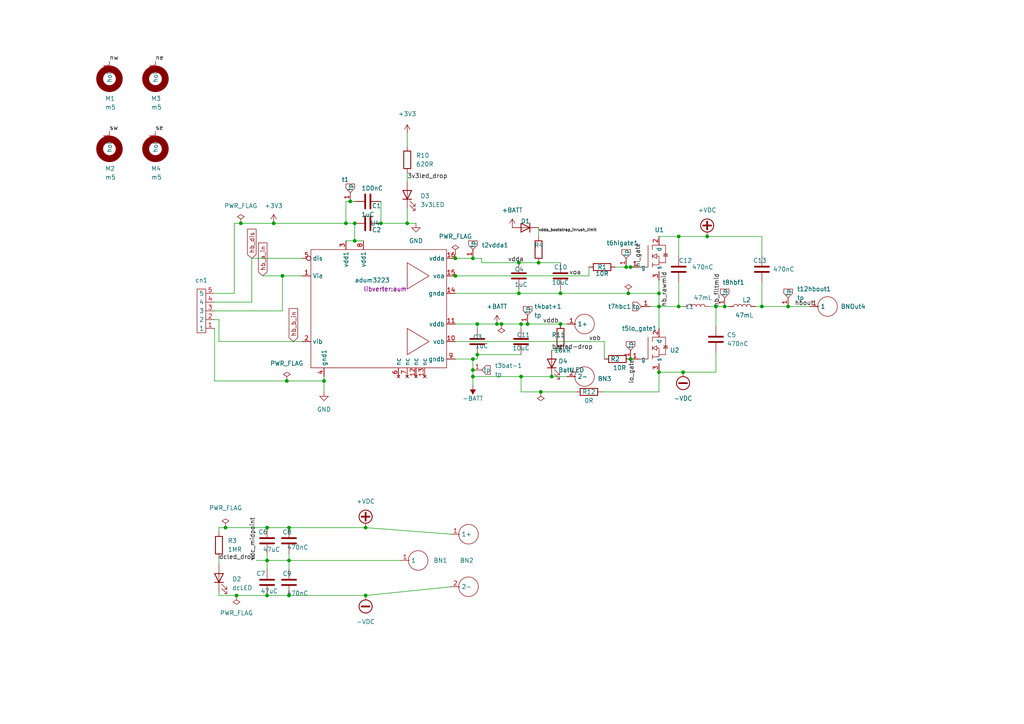
<source format=kicad_sch>
(kicad_sch (version 20211123) (generator eeschema)
  (paper "A4")
  (lib_symbols
    (symbol "Device:C" (pin_numbers hide) (pin_names (offset 0.254))
      (property "Reference" "C" (at 0.635 2.54 0))
      (property "Value" "C" (at 0.635 -2.54 0))
      (symbol "C_0_1"
        (polyline (pts (xy -2.032 -0.762) (xy 2.032 -0.762)) (stroke (width 0.508)))
        (polyline (pts (xy -2.032 0.762) (xy 2.032 0.762)) (stroke (width 0.508)))
      )
      (symbol "C_1_1"
        (pin passive line (at 0 3.81 270) (length 2.794) (name "~") (number "1"))
        (pin passive line (at 0 -3.81 90) (length 2.794) (name "~") (number "2"))
      )
    )
    (symbol "Device:D" (pin_numbers hide) (pin_names (offset 1.016) hide)
      (property "Reference" "D" (at 0 2.54 0))
      (property "Value" "D" (at 0 -2.54 0))
      (symbol "D_0_1"
        (polyline (pts (xy -1.27 1.27) (xy -1.27 -1.27)) (stroke (width 0.254)))
        (polyline (pts (xy 1.27 0) (xy -1.27 0)))
        (polyline (pts (xy 1.27 1.27) (xy 1.27 -1.27) (xy -1.27 0) (xy 1.27 1.27)) (stroke (width 0.254)))
      )
      (symbol "D_1_1"
        (pin passive line (at -3.81 0 0) (length 2.54) (name "K") (number "1"))
        (pin passive line (at 3.81 0 180) (length 2.54) (name "A") (number "2"))
      )
    )
    (symbol "Device:L" (pin_numbers hide) (pin_names (offset 1.016) hide)
      (property "Reference" "L" (at -1.27 0 90))
      (property "Value" "L" (at 1.905 0 90))
      (symbol "L_0_1"
        (arc (start 0 -2.54) (mid 0.635 -1.905) (end 0 -1.27))
        (arc (start 0 -1.27) (mid 0.635 -0.635) (end 0 0))
        (arc (start 0 0) (mid 0.635 0.635) (end 0 1.27))
        (arc (start 0 1.27) (mid 0.635 1.905) (end 0 2.54))
      )
      (symbol "L_1_1"
        (pin passive line (at 0 3.81 270) (length 1.27) (name "1") (number "1"))
        (pin passive line (at 0 -3.81 90) (length 1.27) (name "2") (number "2"))
      )
    )
    (symbol "Device:LED" (pin_numbers hide) (pin_names (offset 1.016) hide)
      (property "Reference" "D" (at 0 2.54 0))
      (property "Value" "LED" (at 0 -2.54 0))
      (symbol "LED_0_1"
        (polyline (pts (xy -1.27 -1.27) (xy -1.27 1.27)) (stroke (width 0.254)))
        (polyline (pts (xy -1.27 0) (xy 1.27 0)))
        (polyline (pts (xy 1.27 -1.27) (xy 1.27 1.27) (xy -1.27 0) (xy 1.27 -1.27)) (stroke (width 0.254)))
        (polyline (pts (xy -3.048 -0.762) (xy -4.572 -2.286) (xy -3.81 -2.286) (xy -4.572 -2.286) (xy -4.572 -1.524)))
        (polyline (pts (xy -1.778 -0.762) (xy -3.302 -2.286) (xy -2.54 -2.286) (xy -3.302 -2.286) (xy -3.302 -1.524)))
      )
      (symbol "LED_1_1"
        (pin passive line (at -3.81 0 0) (length 2.54) (name "K") (number "1"))
        (pin passive line (at 3.81 0 180) (length 2.54) (name "A") (number "2"))
      )
    )
    (symbol "Device:R" (pin_numbers hide) (pin_names (offset 0))
      (property "Reference" "R" (at 2.032 0 90))
      (property "Value" "R" (at 0 0 90))
      (symbol "R_0_1"
        (rectangle (start -1.016 -2.54) (end 1.016 2.54) (stroke (width 0.254)))
      )
      (symbol "R_1_1"
        (pin passive line (at 0 3.81 270) (length 1.27) (name "~") (number "1"))
        (pin passive line (at 0 -3.81 90) (length 1.27) (name "~") (number "2"))
      )
    )
    (symbol "L_1" (pin_numbers hide) (pin_names (offset 1.016) hide)
      (property "Reference" "L1" (at 0 1.905 90))
      (property "Value" "47mL" (at 2.54 -1.905 90))
      (symbol "L_1_0_1"
        (arc (start 0 -2.54) (mid 0.635 -1.905) (end 0 -1.27))
        (arc (start 0 -1.27) (mid 0.635 -0.635) (end 0 0))
        (arc (start 0 0) (mid 0.635 0.635) (end 0 1.27))
        (arc (start 0 1.27) (mid 0.635 1.905) (end 0 2.54))
      )
      (symbol "L_1_1_1"
        (pin passive line (at 0 3.81 270) (length 1.27) (name "1") (number "1"))
        (pin passive line (at 0 -3.81 90) (length 1.27) (name "2") (number "2"))
      )
    )
    (symbol "R_1" (pin_numbers hide) (pin_names (offset 0) hide)
      (property "Reference" "R" (at 2.032 0 90))
      (property "Value" "R_1" (at 0 0 90))
      (symbol "R_1_0_1"
        (rectangle (start -1.016 -2.54) (end 1.016 2.54) (stroke (width 0.254)))
      )
      (symbol "R_1_1_1"
        (pin passive line (at 0 3.81 270) (length 1.27) (name "~") (number "1"))
        (pin passive line (at 0 -3.81 90) (length 1.27) (name "~") (number "2"))
      )
    )
    (symbol "adum:adum3223"
      (property "Reference" "U" (at 0 6.35 0))
      (property "Value" "adum3223" (at 0 3.81 0))
      (property "Footprint" "libverter:aum" (at 0 1.27 0))
      (symbol "adum3223_0_0"
        (text "" (at -6.35 20.32 0) (effects (font (size 1.27 1.27))))
      )
      (symbol "adum3223_0_1"
        (rectangle (start -19.05 22.86) (end 20.32 -11.43))
        (polyline (pts (xy 8.89 0) (xy 8.89 -7.62) (xy 15.24 -3.81) (xy 8.89 0)))
        (polyline (pts (xy 8.89 19.05) (xy 8.89 11.43) (xy 15.24 15.24) (xy 8.89 19.05)))
      )
      (symbol "adum3223_1_1"
        (pin input line (at -21.59 15.24 0) (length 2.54) (name "Via") (number "1"))
        (pin output line (at 22.86 -3.81 180) (length 2.54) (name "vob") (number "10"))
        (pin power_in line (at 22.86 1.27 180) (length 2.54) (name "vddb") (number "11"))
        (pin no_connect line (at 11.43 -13.97 90) (length 2.54) (name "nc") (number "12"))
        (pin no_connect line (at 13.97 -13.97 90) (length 2.54) (name "nc") (number "13"))
        (pin power_in line (at 22.86 10.16 180) (length 2.54) (name "gnda") (number "14"))
        (pin output line (at 22.86 15.24 180) (length 2.54) (name "voa") (number "15"))
        (pin power_in line (at 22.86 20.32 180) (length 2.54) (name "vdda") (number "16"))
        (pin input line (at -21.59 -3.81 0) (length 2.54) (name "vib") (number "2"))
        (pin power_in line (at -8.89 25.4 270) (length 2.54) (name "vdd1") (number "3"))
        (pin power_in line (at -15.24 -13.97 90) (length 2.54) (name "gnd1") (number "4"))
        (pin input inverted (at -21.59 20.32 0) (length 2.54) (name "dis") (number "5"))
        (pin no_connect line (at 6.35 -13.97 90) (length 2.54) (name "nc") (number "6"))
        (pin no_connect line (at 8.89 -13.97 90) (length 2.54) (name "nc") (number "7"))
        (pin power_in line (at -3.81 25.4 270) (length 2.54) (name "vdd1") (number "8"))
        (pin power_in line (at 22.86 -8.89 180) (length 2.54) (name "gndb") (number "9"))
      )
    )
    (symbol "camelparts:bana"
      (property "Reference" "BN" (at 12.7 1.27 0))
      (symbol "bana_0_1"
        (circle (center 5.08 1.27) (radius 2.8398))
        (circle (center 20.32 1.27) (radius 2.8398))
      )
      (symbol "bana_1_1"
        (pin passive line (at 5.08 -3.81 90) (length 2.54) (name "1+") (number "1"))
        (pin passive line (at 20.32 -3.81 90) (length 2.54) (name "2-") (number "2"))
      )
    )
    (symbol "camelparts:bana_1"
      (property "Reference" "BN" (at 0 -1.27 0))
      (symbol "bana_1_0_1"
        (circle (center 5.08 1.27) (radius 2.8398))
      )
      (symbol "bana_1_1_1"
        (pin passive line (at 0 1.27 0) (length 2.54) (name "1") (number "1"))
      )
    )
    (symbol "camelparts:coolmos70"
      (property "Reference" "U" (at 0 8.89 0))
      (symbol "coolmos70_0_1"
        (polyline (pts (xy 2.54 13.97) (xy 2.54 15.24)))
        (polyline (pts (xy 2.54 16.51) (xy 2.54 17.78)))
        (polyline (pts (xy 2.54 17.145) (xy 3.81 17.78)))
        (polyline (pts (xy 2.54 19.05) (xy 2.54 20.32)))
        (polyline (pts (xy 3.81 16.51) (xy 2.54 17.145)))
        (polyline (pts (xy 3.81 16.51) (xy 3.81 17.78)))
        (polyline (pts (xy 6.985 17.78) (xy 5.715 17.78)))
        (polyline (pts (xy -1.27 13.97) (xy 1.27 13.97) (xy 1.27 20.32)))
        (polyline (pts (xy 3.81 17.145) (xy 4.445 17.145) (xy 4.445 14.605) (xy 2.54 14.605)))
        (polyline (pts (xy 4.445 15.24) (xy 6.35 15.24) (xy 6.35 20.32) (xy 4.445 20.32)))
        (polyline (pts (xy 6.35 17.78) (xy 5.715 17.145) (xy 6.985 17.145) (xy 6.35 17.78)))
        (rectangle (start 2.54 20.32) (end 4.445 20.32))
      )
      (symbol "coolmos70_1_1"
        (pin passive line (at -3.81 13.97 0) (length 2.54) (name "g") (number "1"))
        (pin passive line (at 4.445 22.86 270) (length 2.54) (name "d") (number "2"))
        (pin passive line (at 4.445 10.16 90) (length 2.54) (name "s") (number "3"))
      )
    )
    (symbol "camelparts:tp"
      (property "Reference" "t" (at 0 -2.54 0))
      (property "Value" "tp" (at 0 -3.81 0))
      (symbol "tp_0_1"
        (polyline (pts (xy 0 2.54) (xy -1.27 3.81) (xy -1.27 5.08) (xy 1.27 5.08) (xy 1.27 3.81) (xy 0 2.54)))
      )
      (symbol "tp_1_1"
        (pin passive line (at 0 0 90) (length 2.54) (name "tp") (number "1"))
      )
    )
    (symbol "camelsyms:jumper5"
      (property "Reference" "cn" (at 0 -2.54 0))
      (symbol "jumper5_0_1"
        (rectangle (start 2.54 10.16) (end 5.08 -2.54))
      )
      (symbol "jumper5_1_1"
        (pin passive line (at 0 8.89 0) (length 2.54) (name "1") (number "1"))
        (pin passive line (at 0 6.35 0) (length 2.54) (name "2") (number "2"))
        (pin passive line (at 0 3.81 0) (length 2.54) (name "3") (number "3"))
        (pin passive line (at 0 1.27 0) (length 2.54) (name "4") (number "4"))
        (pin passive line (at 0 -1.27 0) (length 2.54) (name "5") (number "5"))
      )
    )
    (symbol "camelsyms:m5"
      (property "Reference" "M" (at 0 -7.62 0))
      (property "Value" "m5" (at 0 -8.89 0))
      (symbol "m5_0_1"
        (circle (center 0 -2.54) (radius 2.8398) (stroke (width 2)))
      )
      (symbol "m5_1_1"
        (pin passive line (at 0 2.54 270) (length 2.54) (name "hol") (number "1"))
      )
    )
    (symbol "power:+3V3" (power) (pin_names (offset 0))
      (property "Value" "+3V3" (at 0 3.556 0))
      (symbol "+3V3_0_1"
        (polyline (pts (xy -0.762 1.27) (xy 0 2.54)))
        (polyline (pts (xy 0 0) (xy 0 2.54)))
        (polyline (pts (xy 0 2.54) (xy 0.762 1.27)))
      )
      (symbol "+3V3_1_1"
        (pin power_in line (at 0 0 90) (length 0) hide (name "+3V3") (number "1"))
      )
    )
    (symbol "power:+BATT" (power) (pin_names (offset 0))
      (property "Value" "+BATT" (at 0 3.556 0))
      (symbol "+BATT_0_1"
        (polyline (pts (xy -0.762 1.27) (xy 0 2.54)))
        (polyline (pts (xy 0 0) (xy 0 2.54)))
        (polyline (pts (xy 0 2.54) (xy 0.762 1.27)))
      )
      (symbol "+BATT_1_1"
        (pin power_in line (at 0 0 90) (length 0) hide (name "+BATT") (number "1"))
      )
    )
    (symbol "power:+VDC" (power) (pin_names (offset 0))
      (property "Value" "+VDC" (at 0 6.35 0))
      (symbol "+VDC_0_1"
        (polyline (pts (xy -1.143 3.175) (xy 1.143 3.175)) (stroke (width 0.508)))
        (polyline (pts (xy 0 0) (xy 0 1.27)))
        (polyline (pts (xy 0 2.032) (xy 0 4.318)) (stroke (width 0.508)))
        (circle (center 0 3.175) (radius 1.905) (stroke (width 0.254)))
      )
      (symbol "+VDC_1_1"
        (pin power_in line (at 0 0 90) (length 0) hide (name "+VDC") (number "1"))
      )
    )
    (symbol "power:-BATT" (power) (pin_names (offset 0))
      (property "Value" "-BATT" (at 0 3.556 0))
      (symbol "-BATT_0_1"
        (polyline (pts (xy 0 0) (xy 0 2.54)))
        (polyline (pts (xy 0.762 1.27) (xy -0.762 1.27) (xy 0 2.54) (xy 0.762 1.27)) (fill (type outline)))
      )
      (symbol "-BATT_1_1"
        (pin power_in line (at 0 0 90) (length 0) hide (name "-BATT") (number "1"))
      )
    )
    (symbol "power:-VDC" (power) (pin_names (offset 0))
      (property "Value" "-VDC" (at 0 6.35 0))
      (symbol "-VDC_0_1"
        (polyline (pts (xy -1.143 3.175) (xy 1.143 3.175)) (stroke (width 0.508)))
        (polyline (pts (xy 0 0) (xy 0 1.27)))
        (circle (center 0 3.175) (radius 1.905) (stroke (width 0.254)))
      )
      (symbol "-VDC_1_1"
        (pin power_in line (at 0 0 90) (length 0) hide (name "-VDC") (number "1"))
      )
    )
    (symbol "power:GND" (power) (pin_names (offset 0))
      (property "Value" "GND" (at 0 -3.81 0))
      (symbol "GND_0_1"
        (polyline (pts (xy 0 0) (xy 0 -1.27) (xy 1.27 -1.27) (xy 0 -2.54) (xy -1.27 -1.27) (xy 0 -1.27)))
      )
      (symbol "GND_1_1"
        (pin power_in line (at 0 0 270) (length 0) hide (name "GND") (number "1"))
      )
    )
    (symbol "power:PWR_FLAG" (power) (pin_numbers hide) (pin_names (offset 0) hide)
      (property "Value" "PWR_FLAG" (at 0 3.81 0))
      (symbol "PWR_FLAG_0_0"
        (pin power_out line (at 0 0 90) (length 0) (name "pwr") (number "1"))
      )
      (symbol "PWR_FLAG_0_1"
        (polyline (pts (xy 0 0) (xy 0 1.27) (xy -1.016 1.905) (xy 0 2.54) (xy 1.016 1.905) (xy 0 1.27)))
      )
    )
  )
  (junction (at 151.13 93.98))
  (junction (at 207.645 88.9))
  (junction (at 137.16 109.22))
  (junction (at 162.56 85.09))
  (junction (at 137.16 107.315))
  (junction (at 93.98 110.49))
  (junction (at 137.16 104.14))
  (junction (at 156.21 76.2))
  (junction (at 156.845 113.665))
  (junction (at 181.61 77.47))
  (junction (at 132.08 74.93))
  (junction (at 191.135 88.9))
  (junction (at 182.88 104.14))
  (junction (at 77.47 153.035))
  (junction (at 138.43 102.87))
  (junction (at 68.58 172.72))
  (junction (at 106.045 153.035))
  (junction (at 150.495 85.09))
  (junction (at 228.6 88.9))
  (junction (at 83.82 162.56))
  (junction (at 83.82 153.035))
  (junction (at 198.12 107.95))
  (junction (at 100.33 64.77))
  (junction (at 196.85 88.9))
  (junction (at 160.02 109.22))
  (junction (at 102.87 69.85))
  (junction (at 162.56 93.98))
  (junction (at 220.98 88.9))
  (junction (at 144.145 93.98))
  (junction (at 182.245 85.09))
  (junction (at 83.82 172.72))
  (junction (at 150.495 76.2))
  (junction (at 77.47 172.72))
  (junction (at 153.035 93.98))
  (junction (at 191.135 107.95))
  (junction (at 138.43 93.98))
  (junction (at 69.85 64.77))
  (junction (at 191.135 85.09))
  (junction (at 110.49 64.77))
  (junction (at 102.87 64.77))
  (junction (at 210.185 88.9))
  (junction (at 118.11 64.77))
  (junction (at 77.47 162.56))
  (junction (at 79.375 64.77))
  (junction (at 196.85 68.58))
  (junction (at 182.88 77.47))
  (junction (at 101.6 58.42))
  (junction (at 132.08 80.01))
  (junction (at 83.185 110.49))
  (junction (at 151.13 109.22))
  (junction (at 106.045 172.72))
  (junction (at 65.405 153.035))
  (junction (at 137.16 74.93))
  (junction (at 81.915 80.01))
  (junction (at 145.415 93.98))
  (junction (at 205.105 68.58))
  (wire (pts (xy 102.87 69.85) (xy 105.41 69.85)))
  (wire (pts (xy 137.16 107.315) (xy 137.16 109.22)))
  (wire (pts (xy 184.15 104.14) (xy 182.88 104.14)))
  (wire (pts (xy 62.23 110.49) (xy 62.23 95.25)))
  (wire (pts (xy 219.075 88.9) (xy 220.98 88.9)))
  (wire (pts (xy 118.11 38.735) (xy 118.11 42.545)))
  (wire (pts (xy 131.445 80.01) (xy 132.08 80.01)))
  (wire (pts (xy 151.13 109.22) (xy 137.16 109.22)))
  (wire (pts (xy 110.49 64.77) (xy 118.11 64.77)))
  (wire (pts (xy 132.08 99.06) (xy 175.26 99.06)))
  (wire (pts (xy 228.6 88.9) (xy 234.95 88.9)))
  (wire (pts (xy 118.11 50.165) (xy 118.11 52.705)))
  (wire (pts (xy 196.85 81.915) (xy 196.85 88.9)))
  (wire (pts (xy 205.74 88.9) (xy 207.645 88.9)))
  (wire (pts (xy 211.455 88.9) (xy 210.185 88.9)))
  (wire (pts (xy 130.81 170.18) (xy 106.045 172.72)))
  (wire (pts (xy 151.13 93.98) (xy 151.13 95.25)))
  (wire (pts (xy 63.5 153.035) (xy 63.5 154.305)))
  (wire (pts (xy 207.645 107.95) (xy 207.645 102.235)))
  (wire (pts (xy 93.98 113.665) (xy 93.98 110.49)))
  (wire (pts (xy 138.43 102.87) (xy 138.43 104.14)))
  (wire (pts (xy 138.43 93.98) (xy 144.145 93.98)))
  (wire (pts (xy 62.23 110.49) (xy 83.185 110.49)))
  (wire (pts (xy 139.7 74.93) (xy 139.7 76.2)))
  (wire (pts (xy 150.495 85.09) (xy 162.56 85.09)))
  (wire (pts (xy 150.495 76.2) (xy 156.21 76.2)))
  (wire (pts (xy 139.7 74.93) (xy 137.16 74.93)))
  (wire (pts (xy 73.025 74.93) (xy 87.63 74.93)))
  (wire (pts (xy 63.5 163.83) (xy 63.5 161.925)))
  (wire (pts (xy 63.5 99.06) (xy 63.5 92.71)))
  (wire (pts (xy 77.47 153.035) (xy 65.405 153.035)))
  (wire (pts (xy 69.85 64.77) (xy 79.375 64.77)))
  (wire (pts (xy 174.625 113.665) (xy 191.135 113.665)))
  (wire (pts (xy 196.85 68.58) (xy 205.105 68.58)))
  (wire (pts (xy 83.82 162.56) (xy 116.205 162.56)))
  (wire (pts (xy 77.47 162.56) (xy 83.82 162.56)))
  (wire (pts (xy 106.045 153.035) (xy 130.81 154.94)))
  (wire (pts (xy 81.915 80.01) (xy 87.63 80.01)))
  (wire (pts (xy 137.16 104.14) (xy 137.16 107.315)))
  (wire (pts (xy 160.02 101.6) (xy 162.56 101.6)))
  (wire (pts (xy 132.08 93.98) (xy 138.43 93.98)))
  (wire (pts (xy 110.49 58.42) (xy 110.49 64.77)))
  (wire (pts (xy 191.135 88.9) (xy 191.135 95.25)))
  (wire (pts (xy 196.85 68.58) (xy 196.85 74.295)))
  (wire (pts (xy 77.47 162.56) (xy 77.47 165.1)))
  (wire (pts (xy 220.98 81.915) (xy 220.98 88.9)))
  (wire (pts (xy 191.135 107.95) (xy 191.135 113.665)))
  (wire (pts (xy 100.33 58.42) (xy 101.6 58.42)))
  (wire (pts (xy 118.11 64.77) (xy 120.65 64.77)))
  (wire (pts (xy 83.82 160.655) (xy 83.82 162.56)))
  (wire (pts (xy 191.135 81.28) (xy 191.135 85.09)))
  (wire (pts (xy 156.845 113.665) (xy 167.005 113.665)))
  (wire (pts (xy 68.58 172.72) (xy 77.47 172.72)))
  (wire (pts (xy 132.08 74.93) (xy 137.16 74.93)))
  (wire (pts (xy 151.13 113.665) (xy 151.13 109.22)))
  (wire (pts (xy 79.375 64.77) (xy 100.33 64.77)))
  (wire (pts (xy 76.2 80.01) (xy 81.915 80.01)))
  (wire (pts (xy 83.82 162.56) (xy 83.82 165.1)))
  (wire (pts (xy 151.13 93.98) (xy 153.035 93.98)))
  (wire (pts (xy 160.02 109.22) (xy 151.13 109.22)))
  (wire (pts (xy 100.33 64.77) (xy 100.33 58.42)))
  (wire (pts (xy 186.055 77.47) (xy 182.88 77.47)))
  (wire (pts (xy 191.135 68.58) (xy 196.85 68.58)))
  (wire (pts (xy 62.23 87.63) (xy 73.025 87.63)))
  (wire (pts (xy 132.08 85.09) (xy 150.495 85.09)))
  (wire (pts (xy 182.245 85.09) (xy 191.135 85.09)))
  (wire (pts (xy 77.47 160.655) (xy 77.47 162.56)))
  (wire (pts (xy 132.08 104.14) (xy 137.16 104.14)))
  (wire (pts (xy 137.16 109.22) (xy 137.16 111.76)))
  (wire (pts (xy 198.12 107.95) (xy 207.645 107.95)))
  (wire (pts (xy 145.415 93.98) (xy 151.13 93.98)))
  (wire (pts (xy 181.61 77.47) (xy 182.88 77.47)))
  (wire (pts (xy 73.025 87.63) (xy 73.025 74.93)))
  (wire (pts (xy 63.5 92.71) (xy 62.23 92.71)))
  (wire (pts (xy 67.945 64.77) (xy 69.85 64.77)))
  (wire (pts (xy 118.11 60.325) (xy 118.11 64.77)))
  (wire (pts (xy 83.82 153.035) (xy 106.045 153.035)))
  (wire (pts (xy 63.5 171.45) (xy 63.5 172.72)))
  (wire (pts (xy 151.13 113.665) (xy 156.845 113.665)))
  (wire (pts (xy 101.6 58.42) (xy 102.87 58.42)))
  (wire (pts (xy 139.7 76.2) (xy 150.495 76.2)))
  (wire (pts (xy 191.135 85.09) (xy 191.135 88.9)))
  (wire (pts (xy 205.105 68.58) (xy 220.98 68.58)))
  (wire (pts (xy 132.08 80.01) (xy 170.815 80.01)))
  (wire (pts (xy 164.465 109.22) (xy 160.02 109.22)))
  (wire (pts (xy 100.33 64.77) (xy 102.87 64.77)))
  (wire (pts (xy 63.5 99.06) (xy 87.63 99.06)))
  (wire (pts (xy 62.23 90.17) (xy 81.915 90.17)))
  (wire (pts (xy 74.295 162.56) (xy 77.47 162.56)))
  (wire (pts (xy 62.23 85.09) (xy 67.945 85.09)))
  (wire (pts (xy 67.945 85.09) (xy 67.945 64.77)))
  (wire (pts (xy 138.43 102.87) (xy 151.13 102.87)))
  (wire (pts (xy 93.98 110.49) (xy 93.98 109.22)))
  (wire (pts (xy 81.915 90.17) (xy 81.915 80.01)))
  (wire (pts (xy 102.87 64.77) (xy 102.87 69.85)))
  (wire (pts (xy 137.16 104.14) (xy 138.43 104.14)))
  (wire (pts (xy 196.85 88.9) (xy 198.12 88.9)))
  (wire (pts (xy 156.21 76.2) (xy 162.56 76.2)))
  (wire (pts (xy 100.33 69.85) (xy 102.87 69.85)))
  (wire (pts (xy 153.035 93.98) (xy 162.56 93.98)))
  (wire (pts (xy 207.645 88.9) (xy 210.185 88.9)))
  (wire (pts (xy 170.815 77.47) (xy 170.815 80.01)))
  (wire (pts (xy 162.56 83.82) (xy 162.56 85.09)))
  (wire (pts (xy 207.645 94.615) (xy 207.645 88.9)))
  (wire (pts (xy 77.47 172.72) (xy 83.82 172.72)))
  (wire (pts (xy 191.135 88.9) (xy 196.85 88.9)))
  (wire (pts (xy 65.405 153.035) (xy 63.5 153.035)))
  (wire (pts (xy 156.21 66.04) (xy 156.21 68.58)))
  (wire (pts (xy 144.145 93.98) (xy 145.415 93.98)))
  (wire (pts (xy 162.56 85.09) (xy 182.245 85.09)))
  (wire (pts (xy 162.56 93.98) (xy 164.465 93.98)))
  (wire (pts (xy 188.595 88.9) (xy 191.135 88.9)))
  (wire (pts (xy 220.98 68.58) (xy 220.98 74.295)))
  (wire (pts (xy 178.435 77.47) (xy 181.61 77.47)))
  (wire (pts (xy 175.26 99.06) (xy 175.26 104.14)))
  (wire (pts (xy 132.08 73.66) (xy 132.08 74.93)))
  (wire (pts (xy 191.135 107.95) (xy 198.12 107.95)))
  (wire (pts (xy 83.82 172.72) (xy 106.045 172.72)))
  (wire (pts (xy 138.43 93.98) (xy 138.43 95.25)))
  (wire (pts (xy 220.98 88.9) (xy 228.6 88.9)))
  (wire (pts (xy 63.5 172.72) (xy 68.58 172.72)))
  (wire (pts (xy 83.185 110.49) (xy 93.98 110.49)))
  (wire (pts (xy 150.495 83.82) (xy 150.495 85.09)))
  (wire (pts (xy 77.47 153.035) (xy 83.82 153.035)))
  (label "voa" (at 165.1 80.01 0))
  (label "vddb" (at 157.48 93.98 0))
  (label "vdc_midpoint" (at 74.295 162.56 90))
  (label "ne" (at 45.085 17.78 0))
  (label "hbout" (at 230.505 88.9 0))
  (label "se" (at 45.085 38.1 0))
  (label "hb_rawmid" (at 193.675 88.9 90))
  (label "lo_gate" (at 184.15 104.14 270))
  (label "3v3led_drop" (at 118.11 52.07 0))
  (label "hb_filtmid" (at 208.915 88.9 90))
  (label "sw" (at 31.75 38.1 0))
  (label "nw" (at 31.75 17.78 0))
  (label "dcled_drop" (at 63.5 162.56 0))
  (label "vdda_bootstrap_inrush_limit" (at 156.21 67.31 0) (effects (font (size 0.8 0.8))))
  (label "batled-drop" (at 160.02 101.6 0))
  (label "vdda" (at 147.32 76.2 0))
  (label "vob" (at 170.815 99.06 0))
  (label "hi_gate" (at 186.055 77.47 90))
  (global_label "hb_a_in" (shape input) (at 76.2 80.01 90) (property "Intersheet References" "${INTERSHEET_REFS}" (effects hide)))
  (global_label "hb_dis" (shape input) (at 73.025 74.93 90) (property "Intersheet References" "${INTERSHEET_REFS}" (effects hide)))
  (global_label "hb_b_in" (shape input) (at 85.09 99.06 90) (property "Intersheet References" "${INTERSHEET_REFS}" (effects hide)))
  (symbol (lib_id "Device:C") (at 106.68 58.42 90) (unit 1)
    (property "Reference" "C1" (at 109.22 59.69 90))
    (property "Value" "100nC" (at 107.95 54.61 90))
    (property "Footprint" "generic-chkn:C_0603_1608Metric_Pad1.08x0.95mm_HandSolder" (effects hide))
  )
  (symbol (lib_id "Device:R") (at 63.5 158.115 0) (unit 1)
    (property "Reference" "R3" (at 66.04 156.8449 0) (effects (justify left)))
    (property "Value" "1MR" (at 66.04 159.3849 0) (effects (justify left)))
    (property "Footprint" "generic-chkn:C_0603_1608Metric_Pad1.08x0.95mm_HandSolder" (effects hide))
  )
  (symbol (lib_id "camelsyms:m5") (at 31.75 20.32 0) (unit 1)
    (property "Reference" "M1" (at 30.48 28.575 0) (effects (justify left)))
    (property "Value" "m5" (at 30.48 31.115 0) (effects (justify left)))
    (property "Footprint" "libverter:m5mount" (effects hide))
  )
  (symbol (lib_id "camelsyms:jumper5") (at 62.23 86.36 180) (unit 1)
    (property "Reference" "cn1" (at 58.42 81.28 0))
    (property "Value" "jumper5" (effects hide))
    (property "Footprint" "libverter:jumper.1x5" (effects hide))
  )
  (symbol (lib_id "power:PWR_FLAG") (at 182.245 85.09 0) (unit 1)
    (property "Reference" "#FLG0101" (effects hide))
    (property "Value" "PWR_FLAG" (effects hide))
  )
  (symbol (lib_id "power:-VDC") (at 106.045 172.72 180) (unit 1)
    (property "Reference" "#PWR0108" (effects hide))
    (property "Value" "-VDC" (at 106.045 180.34 0))
  )
  (symbol (lib_id "Device:LED") (at 160.02 105.41 90) (unit 1)
    (property "Reference" "D4" (at 161.925 104.775 90) (effects (justify right)))
    (property "Value" "BattLED" (at 161.925 107.315 90) (effects (justify right)))
    (property "Footprint" "libverter:bettrsmt_diode" (effects hide))
  )
  (symbol (lib_id "Device:R") (at 174.625 77.47 90) (unit 1)
    (property "Reference" "R1" (at 174.625 77.47 90))
    (property "Value" "10R" (at 174.625 79.375 90))
    (property "Footprint" "libverter:bettrsmt" (effects hide))
  )
  (symbol (lib_id "camelparts:bana_1") (at 234.95 90.17 0) (unit 1)
    (property "Reference" "BNOut4" (at 243.84 88.8999 0) (effects (justify left)))
    (property "Value" "bana_1" (effects hide))
    (property "Footprint" "libverter:bannaone" (effects hide))
  )
  (symbol (lib_id "adum:adum3223") (at 109.22 95.25 0) (unit 1)
    (property "Reference" "U4" (at 107.4294 64.77 0) (effects (justify left)))
    (property "Value" "adum3223" (at 102.87 81.28 0) (effects (justify left)))
    (property "Footprint" "libverter:aum" (at 105.41 83.82 0) (effects (justify left)))
    (property "Datasheet" "https://www.analog.com/media/en/technical-documentation/data-sheets/ADuM3223_4223.pdf" (effects hide))
  )
  (symbol (lib_id "Device:C") (at 150.495 80.01 0) (unit 1)
    (property "Reference" "C4" (at 149.225 78.105 0) (effects (justify left)))
    (property "Value" "1uC" (at 149.225 82.55 0) (effects (justify left)))
    (property "Footprint" "generic-chkn:C_0603_1608Metric_Pad1.08x0.95mm_HandSolder" (effects hide))
  )
  (symbol (lib_id "power:+BATT") (at 144.145 93.98 0) (unit 1)
    (property "Reference" "#PWR0102" (effects hide))
    (property "Value" "+BATT" (at 144.145 88.9 0))
  )
  (symbol (lib_id "power:+VDC") (at 205.105 68.58 0) (unit 1)
    (property "Reference" "#PWR0101" (effects hide))
    (property "Value" "+VDC" (at 205.105 60.96 0))
  )
  (symbol (lib_id "power:PWR_FLAG") (at 65.405 153.035 0) (unit 1)
    (property "Reference" "#FLG0102" (effects hide))
    (property "Value" "PWR_FLAG" (at 65.405 147.32 0))
  )
  (symbol (lib_id "Device:R") (at 162.56 97.79 0) (unit 1)
    (property "Reference" "R11" (at 160.02 97.155 0) (effects (justify left)))
    (property "Value" "10kR" (at 160.655 101.6 0) (effects (justify left)))
    (property "Footprint" "generic-chkn:C_0603_1608Metric_Pad1.08x0.95mm_HandSolder" (effects hide))
  )
  (symbol (lib_id "camelparts:bana_1") (at 116.205 163.83 0) (unit 1)
    (property "Reference" "BN1" (at 125.73 162.5599 0) (effects (justify left)))
    (property "Value" "bana_1" (effects hide))
    (property "Footprint" "libverter:bannaone" (effects hide))
  )
  (symbol (lib_id "Device:C") (at 196.85 78.105 0) (unit 1)
    (property "Reference" "C12" (at 196.85 75.565 0) (effects (justify left)))
    (property "Value" "470nC" (at 200.66 77.47 0) (effects (justify left)))
    (property "Footprint" "generic-chkn:C_2220_5650Metric_Pad1.97x5.40mm_HandSolder" (effects hide))
  )
  (symbol (lib_id "camelparts:coolmos70") (at 186.69 118.11 0) (unit 1)
    (property "Reference" "U2" (at 194.31 101.5999 0) (effects (justify left)))
    (property "Datasheet" "https://www.infineon.com/dgdl/Infineon-IPA70R900P7S-DS-v02_00-EN.pdf?fileId=5546d4625f2e26bc015f497f631c405a" (effects hide))
  )
  (symbol (lib_id "Device:R") (at 156.21 72.39 0) (unit 1)
    (property "Reference" "R4" (at 154.94 71.12 0) (effects (justify left)))
    (property "Value" "27R" (effects hide))
    (property "Footprint" "libverter:bettrsmt" (effects hide))
  )
  (symbol (lib_id "power:GND") (at 93.98 113.665 0) (unit 1)
    (property "Reference" "#PWR0105" (effects hide))
    (property "Value" "GND" (at 93.98 118.745 0))
  )
  (symbol (lib_id "Device:L") (at 215.265 88.9 90) (unit 1)
    (property "Reference" "L2" (at 216.535 86.995 90))
    (property "Value" "47mL" (at 215.9 91.44 90))
    (property "Footprint" "libverter:Lish" (effects hide))
  )
  (symbol (lib_id "power:GND") (at 120.65 64.77 0) (unit 1)
    (property "Reference" "#PWR0107" (effects hide))
    (property "Value" "GND" (at 120.65 69.85 0))
  )
  (symbol (lib_id "power:+3V3") (at 79.375 64.77 0) (unit 1)
    (property "Reference" "#PWR0106" (effects hide))
    (property "Value" "+3V3" (at 79.375 59.69 0))
  )
  (symbol (lib_id "power:-VDC") (at 198.12 107.95 180) (unit 1)
    (property "Reference" "#PWR0103" (effects hide))
    (property "Value" "-VDC" (at 198.12 115.57 0))
  )
  (symbol (lib_id "camelsyms:m5") (at 45.085 20.32 0) (unit 1)
    (property "Reference" "M3" (at 43.815 28.575 0) (effects (justify left)))
    (property "Value" "m5" (at 43.815 31.115 0) (effects (justify left)))
    (property "Footprint" "libverter:m5mount" (effects hide))
  )
  (symbol (lib_id "camelparts:coolmos70") (at 186.69 91.44 0) (unit 1)
    (property "Reference" "U1" (at 189.865 66.675 0) (effects (justify left)))
    (property "Datasheet" "https://www.infineon.com/dgdl/Infineon-IPA70R900P7S-DS-v02_00-EN.pdf?fileId=5546d4625f2e26bc015f497f631c405a" (effects hide))
  )
  (symbol (lib_id "camelparts:bana") (at 168.275 88.9 270) (unit 1)
    (property "Reference" "BN3" (at 173.355 109.855 90) (effects (justify left)))
    (property "Value" "bana" (effects hide))
    (property "Footprint" "libverter:bannahammuk" (effects hide))
  )
  (symbol (lib_id "camelparts:bana") (at 134.62 149.86 270) (unit 1)
    (property "Reference" "BN2" (at 133.35 162.56 90) (effects (justify left)))
    (property "Value" "bana" (effects hide))
    (property "Footprint" "libverter:bannahammuk" (effects hide))
  )
  (symbol (lib_name "L_1") (lib_id "Device:L") (at 201.93 88.9 90) (unit 1)
    (property "Reference" "L1" (at 200.025 88.9 90))
    (property "Value" "47mL" (at 203.835 86.36 90))
    (property "Footprint" "libverter:Lish" (effects hide))
    (property "Datasheet" "https://www.we-online.com/katalog/datasheet/7447010.pdf" (effects hide))
  )
  (symbol (lib_id "power:PWR_FLAG") (at 69.85 64.77 0) (unit 1)
    (property "Reference" "#FLG0107" (effects hide))
    (property "Value" "PWR_FLAG" (at 69.85 59.69 0))
  )
  (symbol (lib_id "Device:C") (at 83.82 168.91 0) (unit 1)
    (property "Reference" "C9" (at 81.915 166.37 0) (effects (justify left)))
    (property "Value" "470nC" (at 83.185 172.085 0) (effects (justify left)))
    (property "Footprint" "generic-chkn:C_2220_5650Metric_Pad1.97x5.40mm_HandSolder" (effects hide))
  )
  (symbol (lib_id "Device:C") (at 220.98 78.105 0) (unit 1)
    (property "Reference" "C13" (at 218.44 75.565 0) (effects (justify left)))
    (property "Value" "470nC" (at 224.155 78.105 0) (effects (justify left)))
    (property "Footprint" "generic-chkn:C_2220_5650Metric_Pad1.97x5.40mm_HandSolder" (effects hide))
  )
  (symbol (lib_id "camelparts:tp") (at 181.61 77.47 0) (unit 1)
    (property "Reference" "t6higate1" (at 175.895 70.485 0) (effects (justify left)))
    (property "Value" "tp" (effects hide))
    (property "Footprint" "libverter:tp" (effects hide))
  )
  (symbol (lib_id "power:+BATT") (at 148.59 66.04 0) (unit 1)
    (property "Reference" "#PWR0111" (effects hide))
    (property "Value" "+BATT" (at 148.59 60.96 0))
  )
  (symbol (lib_id "power:+3V3") (at 118.11 38.735 0) (unit 1)
    (property "Reference" "#PWR0109" (effects hide))
    (property "Value" "+3V3" (at 118.11 33.02 0))
  )
  (symbol (lib_id "camelparts:tp") (at 182.88 104.14 0) (unit 1)
    (property "Reference" "t5lo_gate1" (at 180.34 95.25 0) (effects (justify left)))
    (property "Value" "tp" (effects hide))
    (property "Footprint" "libverter:tp" (effects hide))
  )
  (symbol (lib_id "camelsyms:m5") (at 45.085 40.64 0) (unit 1)
    (property "Reference" "M4" (at 43.815 48.895 0) (effects (justify left)))
    (property "Value" "m5" (at 43.815 51.435 0) (effects (justify left)))
    (property "Footprint" "libverter:m5mount" (effects hide))
  )
  (symbol (lib_id "power:PWR_FLAG") (at 156.845 113.665 180) (unit 1)
    (property "Reference" "#FLG0108" (effects hide))
    (property "Value" "PWR_FLAG" (effects hide))
  )
  (symbol (lib_id "Device:C") (at 77.47 156.845 0) (unit 1)
    (property "Reference" "C6" (at 74.93 154.305 0) (effects (justify left)))
    (property "Value" "47uC" (at 76.2 159.385 0) (effects (justify left)))
    (property "Footprint" "libverter:epcos-d-25" (effects hide))
  )
  (symbol (lib_id "Device:R") (at 179.07 104.14 270) (unit 1)
    (property "Reference" "R2" (at 178.435 104.14 90))
    (property "Value" "10R" (at 179.705 106.68 90))
    (property "Footprint" "libverter:bettrsmt" (effects hide))
  )
  (symbol (lib_id "camelparts:tp") (at 153.035 93.98 0) (unit 1)
    (property "Reference" "t4bat+1" (at 154.94 88.8999 0) (effects (justify left)))
    (property "Value" "tp" (at 154.94 91.4399 0) (effects (justify left)))
    (property "Footprint" "libverter:tp" (effects hide))
  )
  (symbol (lib_id "power:PWR_FLAG") (at 145.415 93.98 180) (unit 1)
    (property "Reference" "#FLG0104" (effects hide))
    (property "Value" "PWR_FLAG" (effects hide))
  )
  (symbol (lib_id "power:PWR_FLAG") (at 83.185 110.49 0) (unit 1)
    (property "Reference" "#FLG0105" (effects hide))
    (property "Value" "PWR_FLAG" (at 83.185 105.41 0))
  )
  (symbol (lib_id "Device:C") (at 151.13 99.06 0) (unit 1)
    (property "Reference" "C11" (at 149.86 97.155 0) (effects (justify left)))
    (property "Value" "10uC" (at 148.59 100.965 0) (effects (justify left)))
    (property "Footprint" "libverter:bettrsmt_polar" (effects hide))
  )
  (symbol (lib_id "camelparts:tp") (at 137.16 107.315 270) (unit 1)
    (property "Reference" "t3bat-1" (at 143.51 106.0449 90) (effects (justify left)))
    (property "Value" "tp" (at 143.51 108.5849 90) (effects (justify left)))
    (property "Footprint" "libverter:tp" (effects hide))
  )
  (symbol (lib_id "power:+VDC") (at 106.045 153.035 0) (unit 1)
    (property "Reference" "#PWR0110" (effects hide))
    (property "Value" "+VDC" (at 106.045 145.415 0))
    (property "Footprint" "libverter:bannahammuk" (effects hide))
  )
  (symbol (lib_id "Device:C") (at 83.82 156.845 0) (unit 1)
    (property "Reference" "C8" (at 81.915 154.305 0) (effects (justify left)))
    (property "Value" "470nC" (at 83.185 158.75 0) (effects (justify left)))
    (property "Footprint" "generic-chkn:C_2220_5650Metric_Pad1.97x5.40mm_HandSolder" (effects hide))
  )
  (symbol (lib_id "Device:LED") (at 118.11 56.515 90) (unit 1)
    (property "Reference" "D3" (at 121.92 56.8324 90) (effects (justify right)))
    (property "Value" "3v3LED" (at 121.92 59.3724 90) (effects (justify right)))
    (property "Footprint" "libverter:bettrsmt_diode" (effects hide))
  )
  (symbol (lib_id "camelparts:tp") (at 137.16 74.93 0) (unit 1)
    (property "Reference" "t2vdda1" (at 139.7 71.1199 0) (effects (justify left)))
    (property "Value" "tp" (effects hide))
    (property "Footprint" "libverter:tp" (effects hide))
  )
  (symbol (lib_id "power:PWR_FLAG") (at 68.58 172.72 180) (unit 1)
    (property "Reference" "#FLG0103" (effects hide))
    (property "Value" "PWR_FLAG" (at 68.58 177.8 0))
  )
  (symbol (lib_id "Device:LED") (at 63.5 167.64 90) (unit 1)
    (property "Reference" "D2" (at 67.31 167.9574 90) (effects (justify right)))
    (property "Value" "dcLED" (at 67.31 170.4974 90) (effects (justify right)))
    (property "Footprint" "libverter:bettrsmt_diode" (effects hide))
  )
  (symbol (lib_id "Device:R") (at 118.11 46.355 0) (unit 1)
    (property "Reference" "R10" (at 120.65 45.0849 0) (effects (justify left)))
    (property "Value" "620R" (at 120.65 47.6249 0) (effects (justify left)))
    (property "Footprint" "generic-chkn:C_0603_1608Metric_Pad1.08x0.95mm_HandSolder" (effects hide))
  )
  (symbol (lib_id "power:PWR_FLAG") (at 132.08 73.66 0) (unit 1)
    (property "Reference" "#FLG0106" (effects hide))
    (property "Value" "PWR_FLAG" (at 132.08 68.58 0))
  )
  (symbol (lib_id "Device:D") (at 152.4 66.04 180) (unit 1)
    (property "Reference" "D1" (at 152.4 64.135 0))
    (property "Value" "D" (effects hide))
    (property "Footprint" "libverter:bettrsmt_diode" (effects hide))
  )
  (symbol (lib_id "camelparts:tp") (at 228.6 88.9 0) (unit 1)
    (property "Reference" "t12hbout1" (at 231.14 83.8199 0) (effects (justify left)))
    (property "Value" "tp" (at 231.14 86.3599 0) (effects (justify left)))
    (property "Footprint" "libverter:tp" (effects hide))
  )
  (symbol (lib_id "power:-BATT") (at 137.16 111.76 180) (unit 1)
    (property "Reference" "#PWR0104" (effects hide))
    (property "Value" "-BATT" (at 137.16 115.57 0))
  )
  (symbol (lib_id "Device:C") (at 162.56 80.01 0) (unit 1)
    (property "Reference" "C10" (at 160.655 77.47 0) (effects (justify left)))
    (property "Value" "10uC" (at 160.02 81.915 0) (effects (justify left)))
    (property "Footprint" "libverter:bettrsmt_polar" (effects hide))
  )
  (symbol (lib_id "Device:C") (at 138.43 99.06 0) (unit 1)
    (property "Reference" "C3" (at 137.16 97.79 0) (effects (justify left)))
    (property "Value" "1uC" (at 137.795 100.33 0) (effects (justify left)))
    (property "Footprint" "generic-chkn:C_0603_1608Metric_Pad1.08x0.95mm_HandSolder" (effects hide))
  )
  (symbol (lib_id "Device:C") (at 106.68 64.77 90) (unit 1)
    (property "Reference" "C2" (at 109.22 66.675 90))
    (property "Value" "1uC" (at 106.68 62.23 90))
    (property "Footprint" "libverter:bettrsmt_polar" (effects hide))
  )
  (symbol (lib_id "camelsyms:m5") (at 31.75 40.64 0) (unit 1)
    (property "Reference" "M2" (at 30.48 48.895 0) (effects (justify left)))
    (property "Value" "m5" (at 30.48 51.435 0) (effects (justify left)))
    (property "Footprint" "libverter:m5mount" (effects hide))
  )
  (symbol (lib_id "camelparts:tp") (at 188.595 88.9 90) (unit 1)
    (property "Reference" "t7hbc1" (at 179.705 88.9 90))
    (property "Value" "tp" (effects hide))
    (property "Footprint" "libverter:tp" (effects hide))
  )
  (symbol (lib_id "Device:C") (at 207.645 98.425 0) (unit 1)
    (property "Reference" "C5" (at 210.82 97.1549 0) (effects (justify left)))
    (property "Value" "470nC" (at 210.82 99.6949 0) (effects (justify left)))
    (property "Footprint" "generic-chkn:C_2220_5650Metric_Pad1.97x5.40mm_HandSolder" (effects hide))
  )
  (symbol (lib_id "camelparts:tp") (at 210.185 88.9 0) (unit 1)
    (property "Reference" "t8hbf1" (at 209.55 81.915 0) (effects (justify left)))
    (property "Value" "tp" (effects hide))
    (property "Footprint" "libverter:tp" (effects hide))
  )
  (symbol (lib_id "Device:C") (at 77.47 168.91 0) (unit 1)
    (property "Reference" "C7" (at 74.295 166.37 0) (effects (justify left)))
    (property "Value" "47uC" (at 75.565 171.45 0) (effects (justify left)))
    (property "Footprint" "libverter:epcos-d-25" (effects hide))
  )
  (symbol (lib_name "R_1") (lib_id "Device:R") (at 170.815 113.665 270) (unit 1)
    (property "Reference" "R12" (at 170.815 113.665 90))
    (property "Value" "0R" (at 170.815 116.205 90))
    (property "Footprint" "libverter:bettrsmt" (effects hide))
  )
  (symbol (lib_id "camelparts:tp") (at 101.6 58.42 0) (unit 1)
    (property "Reference" "t1" (at 99.06 52.07 0) (effects (justify left)))
    (property "Value" "tp" (effects hide))
    (property "Footprint" "libverter:tp" (effects hide))
  )
)
</source>
